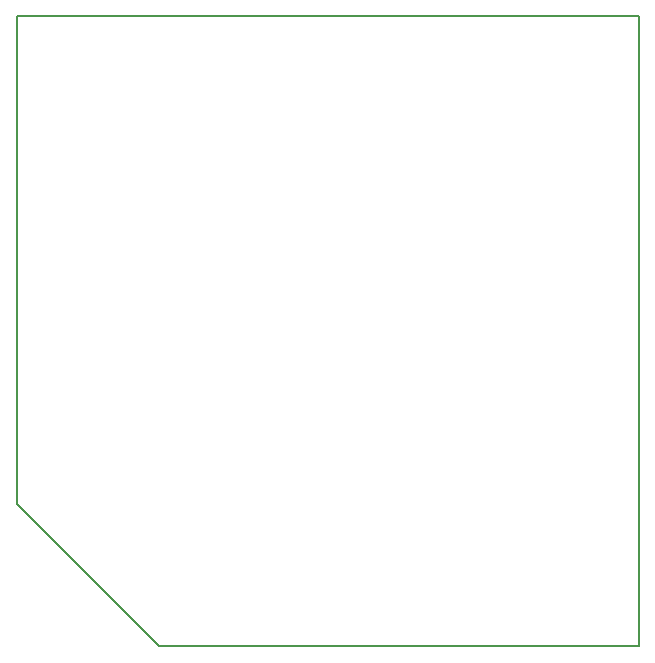
<source format=gm1>
G04 #@! TF.GenerationSoftware,KiCad,Pcbnew,(5.1.9)-1*
G04 #@! TF.CreationDate,2021-06-10T00:36:34+02:00*
G04 #@! TF.ProjectId,shield,73686965-6c64-42e6-9b69-6361645f7063,rev?*
G04 #@! TF.SameCoordinates,Original*
G04 #@! TF.FileFunction,Profile,NP*
%FSLAX46Y46*%
G04 Gerber Fmt 4.6, Leading zero omitted, Abs format (unit mm)*
G04 Created by KiCad (PCBNEW (5.1.9)-1) date 2021-06-10 00:36:34*
%MOMM*%
%LPD*%
G01*
G04 APERTURE LIST*
G04 #@! TA.AperFunction,Profile*
%ADD10C,0.150000*%
G04 #@! TD*
G04 APERTURE END LIST*
D10*
X124333000Y-114300000D02*
X136398000Y-126365000D01*
X177038000Y-73025000D02*
X175514000Y-73025000D01*
X177038000Y-85979000D02*
X177038000Y-73025000D01*
X177038000Y-123825000D02*
X177038000Y-85979000D01*
X177038000Y-126365000D02*
X177038000Y-123825000D01*
X136398000Y-126365000D02*
X177038000Y-126365000D01*
X124333000Y-73025000D02*
X124333000Y-114300000D01*
X175514000Y-73025000D02*
X124333000Y-73025000D01*
M02*

</source>
